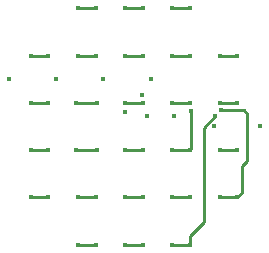
<source format=gbr>
G04 #@! TF.GenerationSoftware,KiCad,Pcbnew,(5.1.6)-1*
G04 #@! TF.CreationDate,2020-08-30T18:04:44+02:00*
G04 #@! TF.ProjectId,Freude_Touchpad,46726575-6465-45f5-946f-756368706164,rev?*
G04 #@! TF.SameCoordinates,Original*
G04 #@! TF.FileFunction,Copper,L2,Inr*
G04 #@! TF.FilePolarity,Positive*
%FSLAX46Y46*%
G04 Gerber Fmt 4.6, Leading zero omitted, Abs format (unit mm)*
G04 Created by KiCad (PCBNEW (5.1.6)-1) date 2020-08-30 18:04:44*
%MOMM*%
%LPD*%
G01*
G04 APERTURE LIST*
G04 #@! TA.AperFunction,ViaPad*
%ADD10C,0.400000*%
G04 #@! TD*
G04 #@! TA.AperFunction,Conductor*
%ADD11C,0.250000*%
G04 #@! TD*
G04 APERTURE END LIST*
D10*
X95250000Y-90000000D03*
X96750000Y-90000000D03*
X99250000Y-90000000D03*
X100750000Y-90000000D03*
X103250000Y-90000000D03*
X104750000Y-90000000D03*
X108750000Y-94000000D03*
X107250000Y-94000000D03*
X104750000Y-94000000D03*
X103250000Y-94000000D03*
X100750000Y-94000000D03*
X99250000Y-94000000D03*
X96750000Y-94000000D03*
X95250000Y-94000000D03*
X92750000Y-94000000D03*
X91250000Y-94000000D03*
X91250000Y-98000000D03*
X92750000Y-98000000D03*
X95125000Y-98000000D03*
X96850000Y-98000000D03*
X99250000Y-98000000D03*
X100750000Y-98000000D03*
X103250000Y-98000000D03*
X104750000Y-98000000D03*
X107250000Y-98000000D03*
X108750000Y-98000000D03*
X108750000Y-102000000D03*
X107250000Y-102000000D03*
X104750000Y-102000000D03*
X103250000Y-102000000D03*
X100750000Y-102000000D03*
X99250000Y-102000000D03*
X96850000Y-102000000D03*
X95125000Y-102000000D03*
X92750000Y-102000000D03*
X91250000Y-102000000D03*
X104804948Y-98700000D03*
X91250000Y-106000000D03*
X92750000Y-106000000D03*
X95250000Y-106000000D03*
X96750000Y-106000000D03*
X99250000Y-106000000D03*
X100750000Y-106000000D03*
X103250000Y-106000000D03*
X104750000Y-106000000D03*
X107250000Y-106000000D03*
X108750000Y-106000000D03*
X107400000Y-98600000D03*
X104750000Y-110000000D03*
X103250000Y-110000000D03*
X100750000Y-110000000D03*
X99250000Y-110000000D03*
X96750000Y-110000000D03*
X95250000Y-110000000D03*
X106900000Y-99100000D03*
X89400000Y-96000000D03*
X93374996Y-96000000D03*
X97349988Y-96000012D03*
X101400000Y-96000000D03*
X100649397Y-97350603D03*
X103400000Y-99100000D03*
X99200000Y-98800000D03*
X106810466Y-99981708D03*
X110700000Y-100000000D03*
X101100000Y-99100000D03*
D11*
X99250000Y-90000000D02*
X100750000Y-90000000D01*
X103250000Y-90000000D02*
X104750000Y-90000000D01*
X95250000Y-90000000D02*
X96750000Y-90000000D01*
X91250000Y-94000000D02*
X92750000Y-94000000D01*
X95250000Y-94000000D02*
X96750000Y-94000000D01*
X99250000Y-94000000D02*
X100750000Y-94000000D01*
X103250000Y-94000000D02*
X104750000Y-94000000D01*
X107250000Y-94000000D02*
X108750000Y-94000000D01*
X91250000Y-98000000D02*
X92750000Y-98000000D01*
X95250000Y-98000000D02*
X96750000Y-98000000D01*
X99250000Y-98000000D02*
X100750000Y-98000000D01*
X103250000Y-98000000D02*
X104750000Y-98000000D01*
X107250000Y-98000000D02*
X108750000Y-98000000D01*
X108750000Y-102000000D02*
X107250000Y-102000000D01*
X104750000Y-102000000D02*
X103250000Y-102000000D01*
X100750000Y-102000000D02*
X99250000Y-102000000D01*
X92750000Y-102000000D02*
X91250000Y-102000000D01*
X104804948Y-101945052D02*
X104750000Y-102000000D01*
X104804948Y-98700000D02*
X104804948Y-101945052D01*
X96750000Y-102000000D02*
X95125000Y-102000000D01*
X91250000Y-106000000D02*
X92750000Y-106000000D01*
X95250000Y-106000000D02*
X96750000Y-106000000D01*
X99250000Y-106000000D02*
X100750000Y-106000000D01*
X103250000Y-106000000D02*
X104750000Y-106000000D01*
X107250000Y-106000000D02*
X108750000Y-106000000D01*
X109150000Y-105600000D02*
X108750000Y-106000000D01*
X109150000Y-103350000D02*
X109150000Y-105600000D01*
X109600000Y-102900000D02*
X109150000Y-103350000D01*
X109600000Y-98900000D02*
X109600000Y-102900000D01*
X107400000Y-98600000D02*
X109300000Y-98600000D01*
X109300000Y-98600000D02*
X109600000Y-98900000D01*
X104750000Y-110000000D02*
X103250000Y-110000000D01*
X99250000Y-110000000D02*
X100750000Y-110000000D01*
X95250000Y-110000000D02*
X96750000Y-110000000D01*
X105900000Y-100100000D02*
X106900000Y-99100000D01*
X105900000Y-108100000D02*
X105900000Y-100100000D01*
X104750000Y-110000000D02*
X104750000Y-109250000D01*
X104750000Y-109250000D02*
X105900000Y-108100000D01*
M02*

</source>
